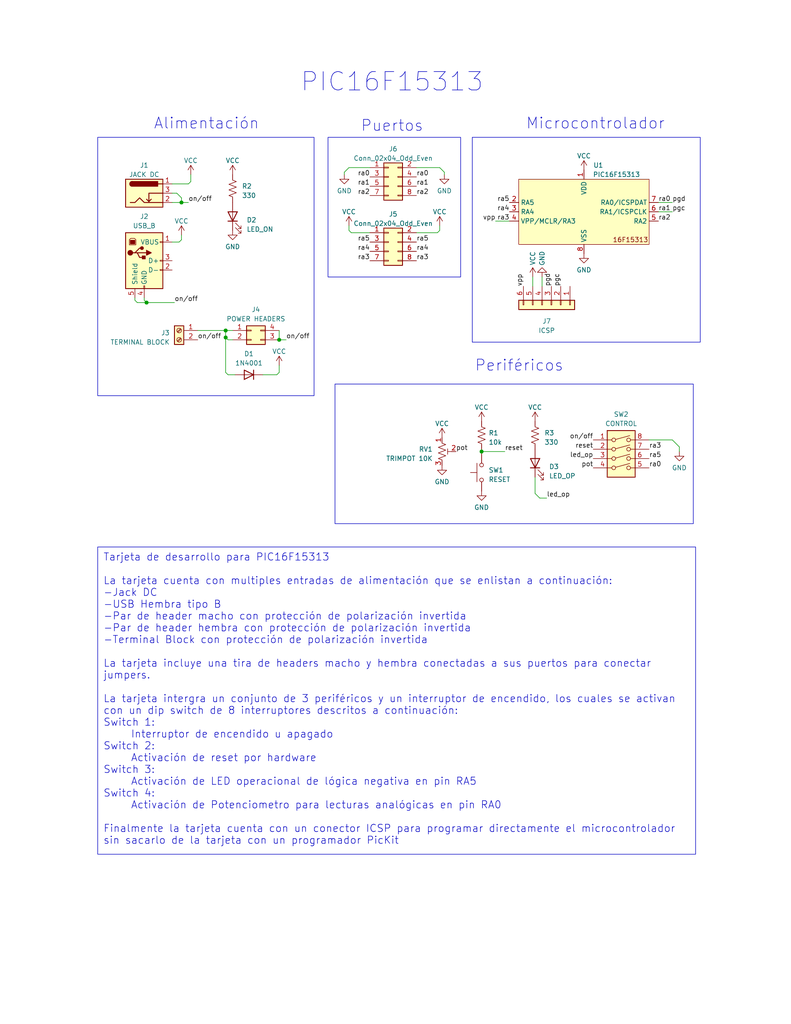
<source format=kicad_sch>
(kicad_sch (version 20230121) (generator eeschema)
  (paper "USLetter" portrait)
  (title_block (title "General PIC16f15313") (date "2024-01-28") (rev "v0.0") (company "MGV 3D") (comment 1 "Mucio Fausto Gómez Vieyra"))
  (lib_symbols
    (symbol "Connector:Barrel_Jack_Switch" (pin_names hide)
      (property "Reference" "J" (at 0 5.334 0))
      (property "Value" "Barrel_Jack_Switch" (at 0 -5.08 0))
      (symbol "Barrel_Jack_Switch_0_1"
        (rectangle (start -5.08 3.81) (end 5.08 -3.81) (stroke (width 0.254)) (fill (type background)))
        (arc (start -3.302 3.175) (mid -3.9343 2.54) (end -3.302 1.905) (stroke (width 0.254)))
        (arc (start -3.302 3.175) (mid -3.9343 2.54) (end -3.302 1.905) (stroke (width 0.254)) (fill (type outline)))
        (polyline (pts (xy 1.27 -2.286) (xy 1.905 -1.651)) (stroke (width 0.254)))
        (polyline (pts (xy 5.08 2.54) (xy 3.81 2.54)) (stroke (width 0.254)))
        (polyline (pts (xy 5.08 0) (xy 1.27 0) (xy 1.27 -2.286) (xy 0.635 -1.651)) (stroke (width 0.254)))
        (polyline (pts (xy -3.81 -2.54) (xy -2.54 -2.54) (xy -1.27 -1.27) (xy 0 -2.54) (xy 2.54 -2.54) (xy 5.08 -2.54)) (stroke (width 0.254)))
        (rectangle (start 3.683 3.175) (end -3.302 1.905) (stroke (width 0.254)) (fill (type outline)))
      )
      (symbol "Barrel_Jack_Switch_1_1"
        (pin passive line (at 7.62 2.54 180) (length 2.54) (name "~") (number "1"))
        (pin passive line (at 7.62 -2.54 180) (length 2.54) (name "~") (number "2"))
        (pin passive line (at 7.62 0 180) (length 2.54) (name "~") (number "3"))
      )
    )
    (symbol "Connector:Screw_Terminal_01x02" (pin_names (offset 1.016) hide)
      (property "Reference" "J" (at 0 2.54 0))
      (property "Value" "Screw_Terminal_01x02" (at 0 -5.08 0))
      (symbol "Screw_Terminal_01x02_1_1"
        (rectangle (start -1.27 1.27) (end 1.27 -3.81) (stroke (width 0.254)) (fill (type background)))
        (circle (center 0 -2.54) (radius 0.635) (stroke (width 0.1524)))
        (polyline (pts (xy -0.5334 -2.2098) (xy 0.3302 -3.048)) (stroke (width 0.1524)))
        (polyline (pts (xy -0.5334 0.3302) (xy 0.3302 -0.508)) (stroke (width 0.1524)))
        (polyline (pts (xy -0.3556 -2.032) (xy 0.508 -2.8702)) (stroke (width 0.1524)))
        (polyline (pts (xy -0.3556 0.508) (xy 0.508 -0.3302)) (stroke (width 0.1524)))
        (circle (center 0 0) (radius 0.635) (stroke (width 0.1524)))
        (pin passive line (at -5.08 0 0) (length 3.81) (name "Pin_1") (number "1"))
        (pin passive line (at -5.08 -2.54 0) (length 3.81) (name "Pin_2") (number "2"))
      )
    )
    (symbol "Connector:USB_B" (pin_names (offset 1.016))
      (property "Reference" "J" (at -5.08 11.43 0))
      (property "Value" "USB_B" (at -5.08 8.89 0))
      (symbol "USB_B_0_1"
        (rectangle (start -5.08 -7.62) (end 5.08 7.62) (stroke (width 0.254)) (fill (type background)))
        (circle (center -3.81 2.159) (radius 0.635) (stroke (width 0.254)) (fill (type outline)))
        (rectangle (start -3.81 5.588) (end -2.54 4.572) (fill (type outline)))
        (circle (center -0.635 3.429) (radius 0.381) (stroke (width 0.254)) (fill (type outline)))
        (rectangle (start -0.127 -7.62) (end 0.127 -6.858))
        (polyline (pts (xy -1.905 2.159) (xy 0.635 2.159)) (stroke (width 0.254)))
        (polyline (pts (xy -3.175 2.159) (xy -2.54 2.159) (xy -1.27 3.429) (xy -0.635 3.429)) (stroke (width 0.254)))
        (polyline (pts (xy -2.54 2.159) (xy -1.905 2.159) (xy -1.27 0.889) (xy 0 0.889)) (stroke (width 0.254)))
        (polyline (pts (xy 0.635 2.794) (xy 0.635 1.524) (xy 1.905 2.159) (xy 0.635 2.794)) (stroke (width 0.254)) (fill (type outline)))
        (polyline (pts (xy -4.064 4.318) (xy -2.286 4.318) (xy -2.286 5.715) (xy -2.667 6.096) (xy -3.683 6.096) (xy -4.064 5.715) (xy -4.064 4.318)))
        (rectangle (start 0.254 1.27) (end -0.508 0.508) (stroke (width 0.254)) (fill (type outline)))
        (rectangle (start 5.08 -2.667) (end 4.318 -2.413))
        (rectangle (start 5.08 -0.127) (end 4.318 0.127))
        (rectangle (start 5.08 4.953) (end 4.318 5.207))
      )
      (symbol "USB_B_1_1"
        (pin power_out line (at 7.62 5.08 180) (length 2.54) (name "VBUS") (number "1"))
        (pin bidirectional line (at 7.62 -2.54 180) (length 2.54) (name "D-") (number "2"))
        (pin bidirectional line (at 7.62 0 180) (length 2.54) (name "D+") (number "3"))
        (pin power_out line (at 0 -10.16 90) (length 2.54) (name "GND") (number "4"))
        (pin passive line (at -2.54 -10.16 90) (length 2.54) (name "Shield") (number "5"))
      )
    )
    (symbol "Connector_Generic:Conn_01x06" (pin_names (offset 1.016) hide)
      (property "Reference" "J" (at 0 7.62 0))
      (property "Value" "Conn_01x06" (at 0 -10.16 0))
      (symbol "Conn_01x06_1_1"
        (rectangle (start -1.27 -7.493) (end 0 -7.747) (stroke (width 0.1524)))
        (rectangle (start -1.27 -4.953) (end 0 -5.207) (stroke (width 0.1524)))
        (rectangle (start -1.27 -2.413) (end 0 -2.667) (stroke (width 0.1524)))
        (rectangle (start -1.27 0.127) (end 0 -0.127) (stroke (width 0.1524)))
        (rectangle (start -1.27 2.667) (end 0 2.413) (stroke (width 0.1524)))
        (rectangle (start -1.27 5.207) (end 0 4.953) (stroke (width 0.1524)))
        (rectangle (start -1.27 6.35) (end 1.27 -8.89) (stroke (width 0.254)) (fill (type background)))
        (pin passive line (at -5.08 5.08 0) (length 3.81) (name "Pin_1") (number "1"))
        (pin passive line (at -5.08 2.54 0) (length 3.81) (name "Pin_2") (number "2"))
        (pin passive line (at -5.08 0 0) (length 3.81) (name "Pin_3") (number "3"))
        (pin passive line (at -5.08 -2.54 0) (length 3.81) (name "Pin_4") (number "4"))
        (pin passive line (at -5.08 -5.08 0) (length 3.81) (name "Pin_5") (number "5"))
        (pin passive line (at -5.08 -7.62 0) (length 3.81) (name "Pin_6") (number "6"))
      )
    )
    (symbol "Connector_Generic:Conn_02x02_Counter_Clockwise" (pin_names (offset 1.016) hide)
      (property "Reference" "J" (at 1.27 2.54 0))
      (property "Value" "Conn_02x02_Counter_Clockwise" (at 1.27 -5.08 0))
      (symbol "Conn_02x02_Counter_Clockwise_1_1"
        (rectangle (start -1.27 -2.413) (end 0 -2.667) (stroke (width 0.1524)))
        (rectangle (start -1.27 0.127) (end 0 -0.127) (stroke (width 0.1524)))
        (rectangle (start -1.27 1.27) (end 3.81 -3.81) (stroke (width 0.254)) (fill (type background)))
        (rectangle (start 3.81 -2.413) (end 2.54 -2.667) (stroke (width 0.1524)))
        (rectangle (start 3.81 0.127) (end 2.54 -0.127) (stroke (width 0.1524)))
        (pin passive line (at -5.08 0 0) (length 3.81) (name "Pin_1") (number "1"))
        (pin passive line (at -5.08 -2.54 0) (length 3.81) (name "Pin_2") (number "2"))
        (pin passive line (at 7.62 -2.54 180) (length 3.81) (name "Pin_3") (number "3"))
        (pin passive line (at 7.62 0 180) (length 3.81) (name "Pin_4") (number "4"))
      )
    )
    (symbol "Connector_Generic:Conn_02x04_Odd_Even" (pin_names (offset 1.016) hide)
      (property "Reference" "J" (at 1.27 5.08 0))
      (property "Value" "Conn_02x04_Odd_Even" (at 1.27 -7.62 0))
      (symbol "Conn_02x04_Odd_Even_1_1"
        (rectangle (start -1.27 -4.953) (end 0 -5.207) (stroke (width 0.1524)))
        (rectangle (start -1.27 -2.413) (end 0 -2.667) (stroke (width 0.1524)))
        (rectangle (start -1.27 0.127) (end 0 -0.127) (stroke (width 0.1524)))
        (rectangle (start -1.27 2.667) (end 0 2.413) (stroke (width 0.1524)))
        (rectangle (start -1.27 3.81) (end 3.81 -6.35) (stroke (width 0.254)) (fill (type background)))
        (rectangle (start 3.81 -4.953) (end 2.54 -5.207) (stroke (width 0.1524)))
        (rectangle (start 3.81 -2.413) (end 2.54 -2.667) (stroke (width 0.1524)))
        (rectangle (start 3.81 0.127) (end 2.54 -0.127) (stroke (width 0.1524)))
        (rectangle (start 3.81 2.667) (end 2.54 2.413) (stroke (width 0.1524)))
        (pin passive line (at -5.08 2.54 0) (length 3.81) (name "Pin_1") (number "1"))
        (pin passive line (at 7.62 2.54 180) (length 3.81) (name "Pin_2") (number "2"))
        (pin passive line (at -5.08 0 0) (length 3.81) (name "Pin_3") (number "3"))
        (pin passive line (at 7.62 0 180) (length 3.81) (name "Pin_4") (number "4"))
        (pin passive line (at -5.08 -2.54 0) (length 3.81) (name "Pin_5") (number "5"))
        (pin passive line (at 7.62 -2.54 180) (length 3.81) (name "Pin_6") (number "6"))
        (pin passive line (at -5.08 -5.08 0) (length 3.81) (name "Pin_7") (number "7"))
        (pin passive line (at 7.62 -5.08 180) (length 3.81) (name "Pin_8") (number "8"))
      )
    )
    (symbol "Device:LED" (pin_numbers hide) (pin_names (offset 1.016) hide)
      (property "Reference" "D" (at 0 2.54 0))
      (property "Value" "LED" (at 0 -2.54 0))
      (symbol "LED_0_1"
        (polyline (pts (xy -1.27 -1.27) (xy -1.27 1.27)) (stroke (width 0.254)))
        (polyline (pts (xy -1.27 0) (xy 1.27 0)))
        (polyline (pts (xy 1.27 -1.27) (xy 1.27 1.27) (xy -1.27 0) (xy 1.27 -1.27)) (stroke (width 0.254)))
        (polyline (pts (xy -3.048 -0.762) (xy -4.572 -2.286) (xy -3.81 -2.286) (xy -4.572 -2.286) (xy -4.572 -1.524)))
        (polyline (pts (xy -1.778 -0.762) (xy -3.302 -2.286) (xy -2.54 -2.286) (xy -3.302 -2.286) (xy -3.302 -1.524)))
      )
      (symbol "LED_1_1"
        (pin passive line (at -3.81 0 0) (length 2.54) (name "K") (number "1"))
        (pin passive line (at 3.81 0 180) (length 2.54) (name "A") (number "2"))
      )
    )
    (symbol "Device:R_Potentiometer_Trim_US" (pin_names (offset 1.016) hide)
      (property "Reference" "RV" (at -4.445 0 90))
      (property "Value" "R_Potentiometer_Trim_US" (at -2.54 0 90))
      (symbol "R_Potentiometer_Trim_US_0_1"
        (polyline (pts (xy 0 -2.286) (xy 0 -2.54)))
        (polyline (pts (xy 0 2.286) (xy 0 2.54)))
        (polyline (pts (xy 1.524 0.762) (xy 1.524 -0.762)))
        (polyline (pts (xy 2.54 0) (xy 1.524 0)))
        (polyline (pts (xy 0 -0.762) (xy 1.016 -1.143) (xy 0 -1.524) (xy -1.016 -1.905) (xy 0 -2.286)))
        (polyline (pts (xy 0 0.762) (xy 1.016 0.381) (xy 0 0) (xy -1.016 -0.381) (xy 0 -0.762)))
        (polyline (pts (xy 0 2.286) (xy 1.016 1.905) (xy 0 1.524) (xy -1.016 1.143) (xy 0 0.762)))
      )
      (symbol "R_Potentiometer_Trim_US_1_1"
        (pin passive line (at 0 3.81 270) (length 1.27) (name "1") (number "1"))
        (pin passive line (at 3.81 0 180) (length 1.27) (name "2") (number "2"))
        (pin passive line (at 0 -3.81 90) (length 1.27) (name "3") (number "3"))
      )
    )
    (symbol "Device:R_US" (pin_numbers hide) (pin_names (offset 0))
      (property "Reference" "R" (at 2.54 0 90))
      (property "Value" "R_US" (at -2.54 0 90))
      (symbol "R_US_0_1"
        (polyline (pts (xy 0 -2.286) (xy 0 -2.54)))
        (polyline (pts (xy 0 2.286) (xy 0 2.54)))
        (polyline (pts (xy 0 -0.762) (xy 1.016 -1.143) (xy 0 -1.524) (xy -1.016 -1.905) (xy 0 -2.286)))
        (polyline (pts (xy 0 0.762) (xy 1.016 0.381) (xy 0 0) (xy -1.016 -0.381) (xy 0 -0.762)))
        (polyline (pts (xy 0 2.286) (xy 1.016 1.905) (xy 0 1.524) (xy -1.016 1.143) (xy 0 0.762)))
      )
      (symbol "R_US_1_1"
        (pin passive line (at 0 3.81 270) (length 1.27) (name "~") (number "1"))
        (pin passive line (at 0 -3.81 90) (length 1.27) (name "~") (number "2"))
      )
    )
    (symbol "Diode:1N4001" (pin_numbers hide) (pin_names hide)
      (property "Reference" "D" (at 0 2.54 0))
      (property "Value" "1N4001" (at 0 -2.54 0))
      (symbol "1N4001_0_1"
        (polyline (pts (xy -1.27 1.27) (xy -1.27 -1.27)) (stroke (width 0.254)))
        (polyline (pts (xy 1.27 0) (xy -1.27 0)))
        (polyline (pts (xy 1.27 1.27) (xy 1.27 -1.27) (xy -1.27 0) (xy 1.27 1.27)) (stroke (width 0.254)))
      )
      (symbol "1N4001_1_1"
        (pin passive line (at -3.81 0 0) (length 2.54) (name "K") (number "1"))
        (pin passive line (at 3.81 0 180) (length 2.54) (name "A") (number "2"))
      )
    )
    (symbol "MGV:PIC16F15313"
      (property "Reference" "U1" (at 2.54 12.7 0))
      (property "Value" "PIC16F15313" (at 8.89 10.16 0))
      (symbol "PIC16F15313_0_1"
        (rectangle (start -17.78 8.89) (end 17.78 -8.89) (fill (type background)))
        (text "16F15313" (at 12.7 -7.62 0) (effects (font (size 1.27 1.27))))
      )
      (symbol "PIC16F15313_1_1"
        (pin power_in line (at 0 11.43 270) (length 2.54) (name "VDD") (number "1"))
        (pin bidirectional line (at -20.32 2.54 0) (length 2.54) (name "RA5") (number "2"))
        (pin bidirectional line (at -20.32 0 0) (length 2.54) (name "RA4") (number "3"))
        (pin bidirectional line (at -20.32 -2.54 0) (length 2.54) (name "VPP/MCLR/RA3") (number "4"))
        (pin bidirectional line (at 20.32 -2.54 180) (length 2.54) (name "RA2") (number "5"))
        (pin bidirectional line (at 20.32 0 180) (length 2.54) (name "RA1/ICSPCLK") (number "6"))
        (pin bidirectional line (at 20.32 2.54 180) (length 2.54) (name "RA0/ICSPDAT") (number "7"))
        (pin power_in line (at 0 -11.43 90) (length 2.54) (name "VSS") (number "8"))
      )
    )
    (symbol "Switch:SW_DIP_x04" (pin_names (offset 0) hide)
      (property "Reference" "SW" (at 0 8.89 0))
      (property "Value" "SW_DIP_x04" (at 0 -6.35 0))
      (symbol "SW_DIP_x04_0_0"
        (circle (center -2.032 -2.54) (radius 0.508))
        (circle (center -2.032 0) (radius 0.508))
        (circle (center -2.032 2.54) (radius 0.508))
        (circle (center -2.032 5.08) (radius 0.508))
        (polyline (pts (xy -1.524 -2.3876) (xy 2.3622 -1.3462)))
        (polyline (pts (xy -1.524 0.127) (xy 2.3622 1.1684)))
        (polyline (pts (xy -1.524 2.667) (xy 2.3622 3.7084)))
        (polyline (pts (xy -1.524 5.207) (xy 2.3622 6.2484)))
        (circle (center 2.032 -2.54) (radius 0.508))
        (circle (center 2.032 0) (radius 0.508))
        (circle (center 2.032 2.54) (radius 0.508))
        (circle (center 2.032 5.08) (radius 0.508))
      )
      (symbol "SW_DIP_x04_0_1"
        (rectangle (start -3.81 7.62) (end 3.81 -5.08) (stroke (width 0.254)) (fill (type background)))
      )
      (symbol "SW_DIP_x04_1_1"
        (pin passive line (at -7.62 5.08 0) (length 5.08) (name "~") (number "1"))
        (pin passive line (at -7.62 2.54 0) (length 5.08) (name "~") (number "2"))
        (pin passive line (at -7.62 0 0) (length 5.08) (name "~") (number "3"))
        (pin passive line (at -7.62 -2.54 0) (length 5.08) (name "~") (number "4"))
        (pin passive line (at 7.62 -2.54 180) (length 5.08) (name "~") (number "5"))
        (pin passive line (at 7.62 0 180) (length 5.08) (name "~") (number "6"))
        (pin passive line (at 7.62 2.54 180) (length 5.08) (name "~") (number "7"))
        (pin passive line (at 7.62 5.08 180) (length 5.08) (name "~") (number "8"))
      )
    )
    (symbol "Switch:SW_Push" (pin_numbers hide) (pin_names (offset 1.016) hide)
      (property "Reference" "SW" (at 1.27 2.54 0))
      (property "Value" "SW_Push" (at 0 -1.524 0))
      (symbol "SW_Push_0_1"
        (circle (center -2.032 0) (radius 0.508))
        (polyline (pts (xy 0 1.27) (xy 0 3.048)))
        (polyline (pts (xy 2.54 1.27) (xy -2.54 1.27)))
        (circle (center 2.032 0) (radius 0.508))
        (pin passive line (at -5.08 0 0) (length 2.54) (name "1") (number "1"))
        (pin passive line (at 5.08 0 180) (length 2.54) (name "2") (number "2"))
      )
    )
    (symbol "power:GND" (power) (pin_names (offset 0))
      (property "Value" "GND" (at 0 -3.81 0))
      (symbol "GND_0_1"
        (polyline (pts (xy 0 0) (xy 0 -1.27) (xy 1.27 -1.27) (xy 0 -2.54) (xy -1.27 -1.27) (xy 0 -1.27)))
      )
      (symbol "GND_1_1"
        (pin power_in line (at 0 0 270) (length 0) hide (name "GND") (number "1"))
      )
    )
    (symbol "power:VCC" (power) (pin_names (offset 0))
      (property "Value" "VCC" (at 0 3.81 0))
      (symbol "VCC_0_1"
        (polyline (pts (xy -0.762 1.27) (xy 0 2.54)))
        (polyline (pts (xy 0 0) (xy 0 2.54)))
        (polyline (pts (xy 0 2.54) (xy 0.762 1.27)))
      )
      (symbol "VCC_1_1"
        (pin power_in line (at 0 0 90) (length 0) hide (name "VCC") (number "1"))
      )
    )
  )
  (junction (at 40.005 82.55))
  (junction (at 131.445 123.19))
  (junction (at 61.595 90.17))
  (junction (at 76.2 92.71))
  (junction (at 49.53 55.245))
  (junction (at 61.595 92.075))
  (wire (pts (xy 119.38 63.5) (xy 120.015 62.865)))
  (wire (pts (xy 49.53 64.135) (xy 49.53 65.405)))
  (wire (pts (xy 75.565 102.235) (xy 76.2 101.6)))
  (wire (pts (xy 179.705 57.785) (xy 183.515 57.785)))
  (wire (pts (xy 135.255 60.325) (xy 139.065 60.325)))
  (wire (pts (xy 113.665 63.5) (xy 119.38 63.5)))
  (wire (pts (xy 95.25 61.595) (xy 95.25 62.865)))
  (wire (pts (xy 49.53 55.245) (xy 51.435 55.245)))
  (wire (pts (xy 185.42 121.92) (xy 185.42 123.19)))
  (wire (pts (xy 113.665 45.72) (xy 120.015 45.72)))
  (wire (pts (xy 131.445 122.555) (xy 131.445 123.19)))
  (wire (pts (xy 61.595 92.075) (xy 61.595 101.6)))
  (wire (pts (xy 40.005 82.55) (xy 47.625 82.55)))
  (wire (pts (xy 95.885 63.5) (xy 100.965 63.5)))
  (wire (pts (xy 145.415 75.565) (xy 145.415 78.105)))
  (wire (pts (xy 146.05 130.175) (xy 146.05 134.62)))
  (wire (pts (xy 93.98 47.625) (xy 93.98 46.99)))
  (wire (pts (xy 46.99 66.04) (xy 48.895 66.04)))
  (wire (pts (xy 39.37 81.28) (xy 39.37 81.915)))
  (wire (pts (xy 120.015 61.595) (xy 120.015 62.865)))
  (wire (pts (xy 62.23 102.235) (xy 64.135 102.235)))
  (wire (pts (xy 71.755 102.235) (xy 75.565 102.235)))
  (wire (pts (xy 36.83 81.28) (xy 36.83 81.915)))
  (wire (pts (xy 76.2 92.71) (xy 78.105 92.71)))
  (wire (pts (xy 52.07 47.625) (xy 52.07 49.53)))
  (wire (pts (xy 76.2 99.695) (xy 76.2 101.6)))
  (wire (pts (xy 36.83 81.915) (xy 37.465 82.55)))
  (wire (pts (xy 121.285 47.625) (xy 121.285 46.99)))
  (wire (pts (xy 95.25 45.72) (xy 100.965 45.72)))
  (wire (pts (xy 51.435 50.165) (xy 52.07 49.53)))
  (wire (pts (xy 61.595 90.17) (xy 61.595 92.075)))
  (wire (pts (xy 46.99 50.165) (xy 51.435 50.165)))
  (wire (pts (xy 76.2 90.17) (xy 76.2 92.71)))
  (wire (pts (xy 131.445 123.19) (xy 137.795 123.19)))
  (wire (pts (xy 61.595 90.17) (xy 63.5 90.17)))
  (wire (pts (xy 37.465 82.55) (xy 40.005 82.55)))
  (wire (pts (xy 147.955 75.565) (xy 147.955 78.105)))
  (wire (pts (xy 149.225 135.89) (xy 147.32 135.89)))
  (wire (pts (xy 48.895 66.04) (xy 49.53 65.405)))
  (wire (pts (xy 49.53 53.975) (xy 49.53 55.245)))
  (wire (pts (xy 183.515 120.015) (xy 185.42 121.92)))
  (wire (pts (xy 63.5 92.71) (xy 62.23 92.71)))
  (wire (pts (xy 93.98 46.99) (xy 95.25 45.72)))
  (wire (pts (xy 121.285 46.99) (xy 120.015 45.72)))
  (wire (pts (xy 131.445 123.19) (xy 131.445 123.825)))
  (wire (pts (xy 62.23 92.71) (xy 61.595 92.075)))
  (wire (pts (xy 53.975 90.17) (xy 61.595 90.17)))
  (wire (pts (xy 95.25 62.865) (xy 95.885 63.5)))
  (wire (pts (xy 48.26 52.705) (xy 49.53 53.975)))
  (wire (pts (xy 46.99 52.705) (xy 48.26 52.705)))
  (wire (pts (xy 39.37 81.915) (xy 40.005 82.55)))
  (wire (pts (xy 46.99 55.245) (xy 49.53 55.245)))
  (wire (pts (xy 147.32 135.89) (xy 146.05 134.62)))
  (wire (pts (xy 179.705 55.245) (xy 183.515 55.245)))
  (wire (pts (xy 62.23 102.235) (xy 61.595 101.6)))
  (wire (pts (xy 177.165 120.015) (xy 183.515 120.015)))
  (rectangle (start 128.905 37.465) (end 191.135 93.345))
  (rectangle (start 91.44 104.775) (end 189.23 142.875))
  (rectangle (start 26.67 37.465) (end 85.725 107.95))
  (rectangle (start 89.535 37.465) (end 125.73 75.565))
  (text_box "Tarjeta de desarrollo para PIC16F15313\n\nLa tarjeta cuenta con multiples entradas de alimentación que se enlistan a continuación:\n-Jack DC\n-USB Hembra tipo B\n-Par de header macho con protección de polarización invertida\n-Par de header hembra con protección de polarización invertida\n-Terminal Block con protección de polarización invertida\n\nLa tarjeta incluye una tira de headers macho y hembra conectadas a sus puertos para conectar jumpers.\n\nLa tarjeta intergra un conjunto de 3 periféricos y un interruptor de encendido, los cuales se activan con un dip switch de 8 interruptores descritos a continuación:\nSwitch 1:\n	Interruptor de encendido u apagado\nSwitch 2:\n	Activación de reset por hardware\nSwitch 3:\n	Activación de LED operacional de lógica negativa en pin RA5\nSwitch 4:\n	Activación de Potenciometro para lecturas analógicas en pin RA0\n	\nFinalmente la tarjeta cuenta con un conector ICSP para programar directamente el microcontrolador sin sacarlo de la tarjeta con un programador PicKit\n" (at 26.67 149.225 0) (size 163.195 83.82) (effects (font (size 2 2)) (justify left top)))
  (text "Puertos" (at 98.425 36.195 0) (effects (font (size 3 3)) (justify left bottom)))
  (text "Periféricos" (at 129.54 101.6 0) (effects (font (size 3 3)) (justify left bottom)))
  (text "Microcontrolador" (at 143.51 35.56 0) (effects (font (size 3 3)) (justify left bottom)))
  (text "PIC16F15313" (at 81.915 25.4 0) (effects (font (size 5 5)) (justify left bottom)))
  (text "Alimentación" (at 41.91 35.56 0) (effects (font (size 3 3)) (justify left bottom)))
  (label "pot" (at 161.925 127.635 180))
  (label "ra4" (at 113.665 68.58 0))
  (label "on{slash}off" (at 51.435 55.245 0))
  (label "led_op" (at 161.925 125.095 180))
  (label "ra5" (at 113.665 66.04 0))
  (label "ra5" (at 100.965 66.04 180))
  (label "reset" (at 137.795 123.19 0))
  (label "ra2" (at 113.665 53.34 0))
  (label "ra0" (at 179.705 55.245 0))
  (label "ra4" (at 100.965 68.58 180))
  (label "ra3" (at 113.665 71.12 0))
  (label "on{slash}off" (at 161.925 120.015 180))
  (label "on{slash}off" (at 53.975 92.71 0))
  (label "ra2" (at 179.705 60.325 0))
  (label "ra1" (at 179.705 57.785 0))
  (label "ra4" (at 139.065 57.785 180))
  (label "ra3" (at 100.965 71.12 180))
  (label "pgc" (at 183.515 57.785 0))
  (label "ra3" (at 177.165 122.555 0))
  (label "ra5" (at 139.065 55.245 180))
  (label "ra1" (at 113.665 50.8 0))
  (label "vpp" (at 135.255 60.325 180))
  (label "ra0" (at 113.665 48.26 0))
  (label "ra1" (at 100.965 50.8 180))
  (label "ra3" (at 139.065 60.325 180))
  (label "ra0" (at 100.965 48.26 180))
  (label "on{slash}off" (at 78.105 92.71 0))
  (label "pot" (at 124.46 123.19 0))
  (label "pgc" (at 153.035 78.105 90))
  (label "led_op" (at 149.225 135.89 0))
  (label "on{slash}off" (at 47.625 82.55 0))
  (label "pgd" (at 150.495 78.105 90))
  (label "pgd" (at 183.515 55.245 0))
  (label "vpp" (at 142.875 78.105 90))
  (label "ra0" (at 177.165 127.635 0))
  (label "ra5" (at 177.165 125.095 0))
  (label "reset" (at 161.925 122.555 180))
  (label "ra2" (at 100.965 53.34 180))
  (symbol (lib_id "Device:R_US") (at 131.445 118.745 0) (unit 1)
    (property "Reference" "R1" (at 133.35 118.11 0) (effects (justify left)))
    (property "Value" "10k" (at 133.35 120.65 0) (effects (justify left)))
    (property "Footprint" "Resistor_THT:R_Axial_DIN0207_L6.3mm_D2.5mm_P7.62mm_Horizontal" (effects hide))
  )
  (symbol (lib_id "power:GND") (at 93.98 47.625 0) (unit 1)
    (property "Reference" "#PWR016" (effects hide))
    (property "Value" "GND" (at 93.98 52.07 0))
  )
  (symbol (lib_id "Switch:SW_DIP_x04") (at 169.545 125.095 0) (unit 1)
    (property "Reference" "SW2" (at 169.545 113.03 0))
    (property "Value" "CONTROL" (at 169.545 115.57 0))
    (property "Footprint" "Button_Switch_THT:SW_DIP_SPSTx04_Slide_6.7x11.72mm_W7.62mm_P2.54mm_LowProfile" (effects hide))
  )
  (symbol (lib_id "power:GND") (at 185.42 123.19 0) (unit 1)
    (property "Reference" "#PWR05" (effects hide))
    (property "Value" "GND" (at 185.42 127.635 0))
  )
  (symbol (lib_id "Connector:Screw_Terminal_01x02") (at 48.895 90.17 0) (mirror y) (unit 1)
    (property "Reference" "J3" (at 46.355 90.805 0) (effects (justify left)))
    (property "Value" "TERMINAL BLOCK" (at 46.355 93.345 0) (effects (justify left)))
    (property "Footprint" "TerminalBlock_Phoenix:TerminalBlock_Phoenix_MKDS-1,5-2-5.08_1x02_P5.08mm_Horizontal" (effects hide))
  )
  (symbol (lib_id "Connector_Generic:Conn_01x06") (at 150.495 83.185 270) (unit 1)
    (property "Reference" "J7" (at 149.225 87.63 90))
    (property "Value" "ICSP" (at 149.225 90.17 90))
    (property "Footprint" "Connector_PinHeader_2.54mm:PinHeader_1x06_P2.54mm_Horizontal" (effects hide))
  )
  (symbol (lib_id "power:GND") (at 63.5 62.865 0) (unit 1)
    (property "Reference" "#PWR03" (effects hide))
    (property "Value" "GND" (at 63.5 67.31 0))
  )
  (symbol (lib_id "power:GND") (at 121.285 47.625 0) (unit 1)
    (property "Reference" "#PWR017" (effects hide))
    (property "Value" "GND" (at 121.285 52.07 0))
  )
  (symbol (lib_id "power:VCC") (at 63.5 47.625 0) (unit 1)
    (property "Reference" "#PWR010" (effects hide))
    (property "Value" "VCC" (at 63.5 43.815 0))
  )
  (symbol (lib_id "power:VCC") (at 146.05 114.935 0) (unit 1)
    (property "Reference" "#PWR011" (effects hide))
    (property "Value" "VCC" (at 146.05 111.125 0))
  )
  (symbol (lib_id "Device:LED") (at 146.05 126.365 90) (unit 1)
    (property "Reference" "D3" (at 149.86 127.3175 90) (effects (justify right)))
    (property "Value" "LED_OP" (at 149.86 129.8575 90) (effects (justify right)))
    (property "Footprint" "LED_THT:LED_D3.0mm" (effects hide))
  )
  (symbol (lib_id "power:GND") (at 147.955 75.565 180) (unit 1)
    (property "Reference" "#PWR019" (effects hide))
    (property "Value" "GND" (at 147.955 70.485 90))
  )
  (symbol (lib_id "power:VCC") (at 95.25 61.595 0) (unit 1)
    (property "Reference" "#PWR014" (effects hide))
    (property "Value" "VCC" (at 95.25 57.785 0))
  )
  (symbol (lib_id "power:GND") (at 159.385 69.215 0) (unit 1)
    (property "Reference" "#PWR013" (effects hide))
    (property "Value" "GND" (at 159.385 73.66 0))
  )
  (symbol (lib_id "Device:LED") (at 63.5 59.055 90) (unit 1)
    (property "Reference" "D2" (at 67.31 60.0075 90) (effects (justify right)))
    (property "Value" "LED_ON" (at 67.31 62.5475 90) (effects (justify right)))
    (property "Footprint" "LED_THT:LED_D3.0mm" (effects hide))
  )
  (symbol (lib_id "Device:R_US") (at 63.5 51.435 0) (unit 1)
    (property "Reference" "R2" (at 66.04 50.8 0) (effects (justify left)))
    (property "Value" "330" (at 66.04 53.34 0) (effects (justify left)))
    (property "Footprint" "Resistor_THT:R_Axial_DIN0207_L6.3mm_D2.5mm_P7.62mm_Horizontal" (effects hide))
  )
  (symbol (lib_id "MGV:PIC16F15313") (at 159.385 57.785 0) (unit 1)
    (property "Reference" "U1" (at 161.925 45.085 0) (effects (justify left)))
    (property "Value" "PIC16F15313" (at 168.275 47.625 0))
    (property "Footprint" "Package_DIP:DIP-8_W7.62mm_Socket_LongPads" (effects hide))
  )
  (symbol (lib_id "power:VCC") (at 120.015 61.595 0) (unit 1)
    (property "Reference" "#PWR015" (effects hide))
    (property "Value" "VCC" (at 120.015 57.785 0))
  )
  (symbol (lib_id "power:VCC") (at 52.07 47.625 0) (unit 1)
    (property "Reference" "#PWR01" (effects hide))
    (property "Value" "VCC" (at 52.07 43.815 0))
  )
  (symbol (lib_id "Connector_Generic:Conn_02x02_Counter_Clockwise") (at 68.58 90.17 0) (unit 1)
    (property "Reference" "J4" (at 69.85 84.455 0))
    (property "Value" "POWER HEADERS" (at 69.85 86.995 0))
    (property "Footprint" "Connector_PinSocket_2.54mm:PinSocket_2x02_P2.54mm_Vertical" (effects hide))
  )
  (symbol (lib_id "power:VCC") (at 131.445 114.935 0) (unit 1)
    (property "Reference" "#PWR07" (effects hide))
    (property "Value" "VCC" (at 131.445 111.125 0))
  )
  (symbol (lib_id "power:VCC") (at 49.53 64.135 0) (unit 1)
    (property "Reference" "#PWR02" (effects hide))
    (property "Value" "VCC" (at 49.53 60.325 0))
  )
  (symbol (lib_id "Connector_Generic:Conn_02x04_Odd_Even") (at 106.045 48.26 0) (unit 1)
    (property "Reference" "J6" (at 107.315 40.64 0))
    (property "Value" "Conn_02x04_Odd_Even" (at 107.315 43.18 0))
    (property "Footprint" "Connector_PinSocket_2.54mm:PinSocket_2x04_P2.54mm_Vertical" (effects hide))
  )
  (symbol (lib_id "power:VCC") (at 76.2 99.695 0) (unit 1)
    (property "Reference" "#PWR04" (effects hide))
    (property "Value" "VCC" (at 76.2 95.885 0))
  )
  (symbol (lib_id "Connector:Barrel_Jack_Switch") (at 39.37 52.705 0) (unit 1)
    (property "Reference" "J1" (at 39.37 45.085 0))
    (property "Value" "JACK DC" (at 39.37 47.625 0))
    (property "Footprint" "Connector_BarrelJack:BarrelJack_Kycon_KLDX-0202-xC_Horizontal" (effects hide))
  )
  (symbol (lib_id "Switch:SW_Push") (at 131.445 128.905 90) (unit 1)
    (property "Reference" "SW1" (at 133.35 128.27 90) (effects (justify right)))
    (property "Value" "RESET" (at 133.35 130.81 90) (effects (justify right)))
    (property "Footprint" "Button_Switch_THT:SW_PUSH_6mm_H4.3mm" (effects hide))
  )
  (symbol (lib_id "power:GND") (at 131.445 133.985 0) (unit 1)
    (property "Reference" "#PWR06" (effects hide))
    (property "Value" "GND" (at 131.445 138.43 0))
  )
  (symbol (lib_id "Connector:USB_B") (at 39.37 71.12 0) (unit 1)
    (property "Reference" "J2" (at 39.37 59.055 0))
    (property "Value" "USB_B" (at 39.37 61.595 0))
    (property "Footprint" "Connector_USB:USB_B_OST_USB-B1HSxx_Horizontal" (effects hide))
    (property "Datasheet" " ~" (effects hide))
  )
  (symbol (lib_id "power:VCC") (at 145.415 75.565 0) (unit 1)
    (property "Reference" "#PWR018" (effects hide))
    (property "Value" "VCC" (at 145.415 70.485 90))
  )
  (symbol (lib_id "power:GND") (at 120.65 127 0) (unit 1)
    (property "Reference" "#PWR09" (effects hide))
    (property "Value" "GND" (at 120.65 131.445 0))
  )
  (symbol (lib_id "power:VCC") (at 159.385 46.355 0) (unit 1)
    (property "Reference" "#PWR012" (effects hide))
    (property "Value" "VCC" (at 159.385 42.545 0))
  )
  (symbol (lib_id "Device:R_US") (at 146.05 118.745 0) (unit 1)
    (property "Reference" "R3" (at 148.59 118.11 0) (effects (justify left)))
    (property "Value" "330" (at 148.59 120.65 0) (effects (justify left)))
    (property "Footprint" "Resistor_THT:R_Axial_DIN0207_L6.3mm_D2.5mm_P7.62mm_Horizontal" (effects hide))
  )
  (symbol (lib_id "Diode:1N4001") (at 67.945 102.235 180) (unit 1)
    (property "Reference" "D1" (at 67.945 96.52 0))
    (property "Value" "1N4001" (at 67.945 99.06 0))
    (property "Footprint" "Diode_THT:D_DO-41_SOD81_P10.16mm_Horizontal" (effects hide))
    (property "Datasheet" "http://www.vishay.com/docs/88503/1n4001.pdf" (effects hide))
    (property "Sim.Device" "D" (effects hide))
    (property "Sim.Pins" "1=K 2=A" (effects hide))
  )
  (symbol (lib_id "Connector_Generic:Conn_02x04_Odd_Even") (at 106.045 66.04 0) (unit 1)
    (property "Reference" "J5" (at 107.315 58.42 0))
    (property "Value" "Conn_02x04_Odd_Even" (at 107.315 60.96 0))
    (property "Footprint" "Connector_PinSocket_2.54mm:PinSocket_2x04_P2.54mm_Vertical" (effects hide))
  )
  (symbol (lib_id "Device:R_Potentiometer_Trim_US") (at 120.65 123.19 0) (unit 1)
    (property "Reference" "RV1" (at 118.11 122.555 0) (effects (justify right)))
    (property "Value" "TRIMPOT 10K" (at 118.11 125.095 0) (effects (justify right)))
    (property "Footprint" "Potentiometer_THT:Potentiometer_Vishay_T73YP_Vertical" (effects hide))
  )
  (symbol (lib_id "power:VCC") (at 120.65 119.38 0) (unit 1)
    (property "Reference" "#PWR08" (effects hide))
    (property "Value" "VCC" (at 120.65 115.57 0))
  )
)
</source>
